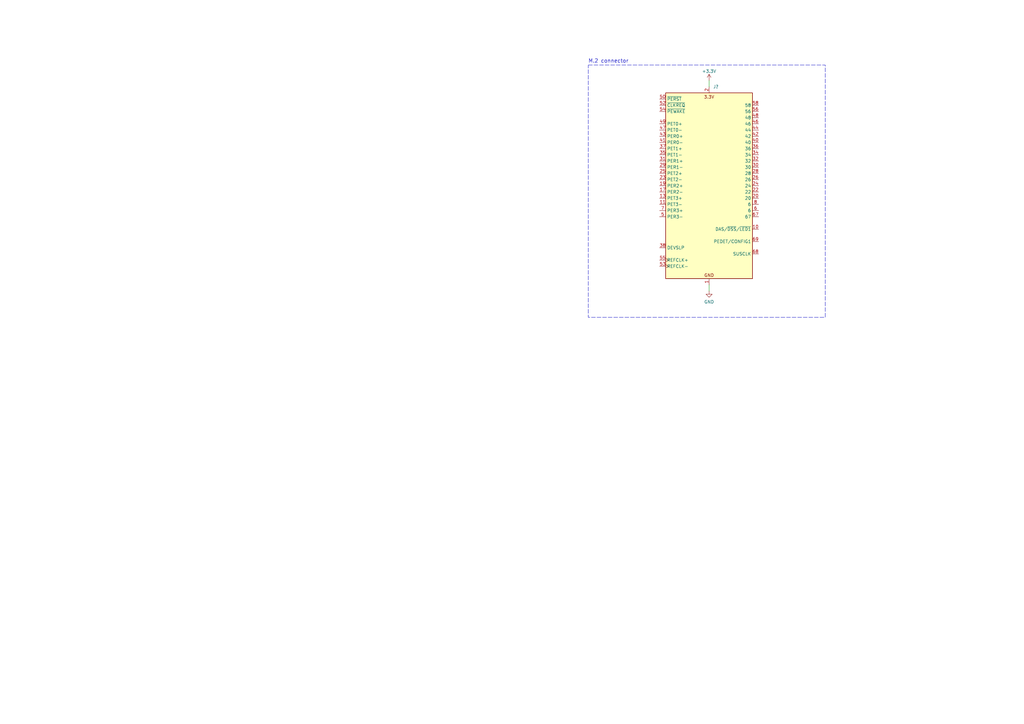
<source format=kicad_sch>
(kicad_sch (version 20230121) (generator eeschema)
  (paper "A3")
  (title_block (date "2023-05-06") (rev "A-A"))
  (lib_symbols
    (symbol "LRJ-parts:Amphenol_10157930"
      (property "Reference" "J" (at -17.78 39.37 0))
      (symbol "Amphenol_10157930_0_1"
        (rectangle (start -17.78 38.1) (end 17.78 -38.1) (stroke (width 0.254)) (fill (type background)))
      )
      (symbol "Amphenol_10157930_1_1"
        (text "3.3V" (at 0 36.449 0) (effects (font (size 1.27 1.27))))
        (text "GND" (at 0 -36.703 0) (effects (font (size 1.27 1.27))))
        (pin power_in line (at 0 -40.64 90) (length 2.54) (name "GND") (number "1"))
        (pin bidirectional line (at 20.32 -17.78 180) (length 2.54) (name "DAS/~{DSS}/~{LED1}") (number "10"))
        (pin output line (at -20.32 -7.62 0) (length 2.54) (name "PET3-") (number "11"))
        (pin passive line (at 0 40.64 270) (length 2.54) hide (name "3.3V") (number "12"))
        (pin output line (at -20.32 -5.08 0) (length 2.54) (name "PET3+") (number "13"))
        (pin passive line (at 0 40.64 270) (length 2.54) hide (name "3.3V") (number "14"))
        (pin passive line (at 0 -40.64 90) (length 2.54) hide (name "GND") (number "15"))
        (pin passive line (at 0 40.64 270) (length 2.54) hide (name "3.3V") (number "16"))
        (pin input line (at -20.32 -2.54 0) (length 2.54) (name "PER2-") (number "17"))
        (pin passive line (at 0 40.64 270) (length 2.54) hide (name "3.3V") (number "18"))
        (pin input line (at -20.32 0 0) (length 2.54) (name "PER2+") (number "19"))
        (pin power_in line (at 0 40.64 270) (length 2.54) (name "3.3V") (number "2"))
        (pin passive line (at 20.32 -5.08 180) (length 2.54) (name "20") (number "20"))
        (pin passive line (at 0 -40.64 90) (length 2.54) hide (name "GND") (number "21"))
        (pin passive line (at 20.32 -2.54 180) (length 2.54) (name "22") (number "22"))
        (pin output line (at -20.32 2.54 0) (length 2.54) (name "PET2-") (number "23"))
        (pin passive line (at 20.32 0 180) (length 2.54) (name "24") (number "24"))
        (pin output line (at -20.32 5.08 0) (length 2.54) (name "PET2+") (number "25"))
        (pin passive line (at 20.32 2.54 180) (length 2.54) (name "26") (number "26"))
        (pin passive line (at 0 -40.64 90) (length 2.54) hide (name "GND") (number "27"))
        (pin passive line (at 20.32 5.08 180) (length 2.54) (name "28") (number "28"))
        (pin input line (at -20.32 7.62 0) (length 2.54) (name "PER1-") (number "29"))
        (pin passive line (at 0 -40.64 90) (length 2.54) hide (name "GND") (number "3"))
        (pin passive line (at 20.32 7.62 180) (length 2.54) (name "30") (number "30"))
        (pin input line (at -20.32 10.16 0) (length 2.54) (name "PER1+") (number "31"))
        (pin passive line (at 20.32 10.16 180) (length 2.54) (name "32") (number "32"))
        (pin passive line (at 0 -40.64 90) (length 2.54) hide (name "GND") (number "33"))
        (pin passive line (at 20.32 12.7 180) (length 2.54) (name "34") (number "34"))
        (pin output line (at -20.32 12.7 0) (length 2.54) (name "PET1-") (number "35"))
        (pin passive line (at 20.32 15.24 180) (length 2.54) (name "36") (number "36"))
        (pin output line (at -20.32 15.24 0) (length 2.54) (name "PET1+") (number "37"))
        (pin output line (at -20.32 -25.4 0) (length 2.54) (name "DEVSLP") (number "38"))
        (pin passive line (at 0 -40.64 90) (length 2.54) hide (name "GND") (number "39"))
        (pin passive line (at 0 40.64 270) (length 2.54) hide (name "3.3V") (number "4"))
        (pin passive line (at 20.32 17.78 180) (length 2.54) (name "40") (number "40"))
        (pin input line (at -20.32 17.78 0) (length 2.54) (name "PER0-") (number "41"))
        (pin passive line (at 20.32 20.32 180) (length 2.54) (name "42") (number "42"))
        (pin input line (at -20.32 20.32 0) (length 2.54) (name "PER0+") (number "43"))
        (pin passive line (at 20.32 22.86 180) (length 2.54) (name "44") (number "44"))
        (pin passive line (at 0 -40.64 90) (length 2.54) hide (name "GND") (number "45"))
        (pin passive line (at 20.32 25.4 180) (length 2.54) (name "46") (number "46"))
        (pin output line (at -20.32 22.86 0) (length 2.54) (name "PET0-") (number "47"))
        (pin passive line (at 20.32 27.94 180) (length 2.54) (name "48") (number "48"))
        (pin output line (at -20.32 25.4 0) (length 2.54) (name "PET0+") (number "49"))
        (pin input line (at -20.32 -12.7 0) (length 2.54) (name "PER3-") (number "5"))
        (pin output line (at -20.32 35.56 0) (length 2.54) (name "~{PERST}") (number "50"))
        (pin passive line (at 0 -40.64 90) (length 2.54) hide (name "GND") (number "51"))
        (pin bidirectional line (at -20.32 33.02 0) (length 2.54) (name "~{CLKREQ}") (number "52"))
        (pin output clock (at -20.32 -33.02 0) (length 2.54) (name "REFCLK-") (number "53"))
        (pin bidirectional line (at -20.32 30.48 0) (length 2.54) (name "~{PEWAKE}") (number "54"))
        (pin output clock (at -20.32 -30.48 0) (length 2.54) (name "REFCLK+") (number "55"))
        (pin passive line (at 20.32 30.48 180) (length 2.54) (name "56") (number "56"))
        (pin passive line (at 0 -40.64 90) (length 2.54) hide (name "GND") (number "57"))
        (pin passive line (at 20.32 33.02 180) (length 2.54) (name "58") (number "58"))
        (pin passive line (at 20.32 -10.16 180) (length 2.54) (name "6") (number "6"))
        (pin passive line (at 20.32 -12.7 180) (length 2.54) (name "67") (number "67"))
        (pin output line (at 20.32 -27.94 180) (length 2.54) (name "SUSCLK") (number "68"))
        (pin passive line (at 20.32 -22.86 180) (length 2.54) (name "PEDET/CONFIG1") (number "69"))
        (pin input line (at -20.32 -10.16 0) (length 2.54) (name "PER3+") (number "7"))
        (pin passive line (at 0 40.64 270) (length 2.54) hide (name "3.3V") (number "70"))
        (pin passive line (at 0 -40.64 90) (length 2.54) hide (name "GND") (number "71"))
        (pin passive line (at 0 40.64 270) (length 2.54) hide (name "3.3V") (number "72"))
        (pin passive line (at 0 -40.64 90) (length 2.54) hide (name "GND") (number "73"))
        (pin passive line (at 0 40.64 270) (length 2.54) hide (name "3.3V") (number "74"))
        (pin passive line (at 0 -40.64 90) (length 2.54) hide (name "GND") (number "75"))
        (pin passive line (at 20.32 -7.62 180) (length 2.54) (name "6") (number "8"))
        (pin passive line (at 0 -40.64 90) (length 2.54) hide (name "GND") (number "9"))
      )
    )
    (symbol "power:+3.3V" (power) (pin_names (offset 0))
      (property "Value" "+3.3V" (at 0 3.556 0))
      (symbol "+3.3V_0_1"
        (polyline (pts (xy -0.762 1.27) (xy 0 2.54)))
        (polyline (pts (xy 0 0) (xy 0 2.54)))
        (polyline (pts (xy 0 2.54) (xy 0.762 1.27)))
      )
      (symbol "+3.3V_1_1"
        (pin power_in line (at 0 0 90) (length 0) hide (name "+3.3V") (number "1"))
      )
    )
    (symbol "power:GND" (power) (pin_names (offset 0))
      (property "Value" "GND" (at 0 -3.81 0))
      (symbol "GND_0_1"
        (polyline (pts (xy 0 0) (xy 0 -1.27) (xy 1.27 -1.27) (xy 0 -2.54) (xy -1.27 -1.27) (xy 0 -1.27)))
      )
      (symbol "GND_1_1"
        (pin power_in line (at 0 0 270) (length 0) hide (name "GND") (number "1"))
      )
    )
  )
  (wire (pts (xy 290.83 119.38) (xy 290.83 116.84)))
  (wire (pts (xy 290.83 33.02) (xy 290.83 35.56)))
  (rectangle (start 241.3 26.67) (end 338.455 130.175) (stroke (width 0) (type dash)))
  (text "M.2 connector" (at 241.3 26.035 0) (effects (font (size 1.524 1.524)) (justify left bottom)))
  (symbol (lib_id "LRJ-parts:Amphenol_10157930") (at 290.83 76.2 0) (unit 1)
    (property "Reference" "J?" (at 292.4811 35.56 0) (effects (justify left)))
    (property "Value" "10157930" (effects hide))
    (property "Footprint" "LRJ:Amphenol_10157930_PCI_Express_M.2_2230_less-court" (effects hide))
    (property "Datasheet" "https://cdn.amphenol-cs.com/media/wysiwyg/files/documentation/datasheet/ssio/ssio_pcie_m2.pdf" (effects hide))
    (property "Manufacturer page" "https://www.amphenol-cs.com/pcie-m-2-10157930001rlf.html" (effects hide))
    (property "Voltage rating" "50V" (effects hide))
    (property "Current rating" "0.5A" (effects hide))
    (property "Operating temperature" "- 40 °C to +80 °C" (effects hide))
    (property "Manufacturer" "Amphenol ICC (FCI)" (effects hide))
    (property "MPN" "10157930-001RLF" (effects hide))
    (property "Description" "M.2 (NGFF), 75 Pin, Female Connector, Gold 0.50mm" (effects hide))
    (property "Sim.Enable" "0" (effects hide))
    (instances (project "FP8-testboard-AA" (path "" (reference "J?") (unit 1)) (path "" (reference "J6") (unit 1))))
  )
  (symbol (lib_id "power:GND") (at 290.83 119.38 0) (mirror y) (unit 1)
    (property "Reference" "#PWR04" (effects hide))
    (property "Value" "GND" (at 290.83 123.825 0))
    (instances (project "FP8-testboard-AA" (path "" (reference "#PWR04") (unit 1)) (path "" (reference "#PWR013") (unit 1)) (path "" (reference "#PWR031") (unit 1))))
  )
  (symbol (lib_id "power:+3.3V") (at 290.83 33.02 0) (unit 1)
    (property "Reference" "#PWR017" (effects hide))
    (property "Value" "+3.3V" (at 290.83 29.21 0))
    (instances (project "FP8-testboard-AA" (path "" (reference "#PWR017") (unit 1)) (path "" (reference "#PWR032") (unit 1))))
  )
)
</source>
